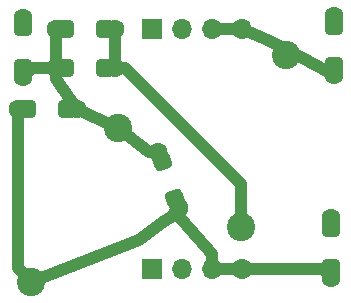
<source format=gbr>
%TF.GenerationSoftware,KiCad,Pcbnew,(6.0.11)*%
%TF.CreationDate,2023-05-06T11:24:47-05:00*%
%TF.ProjectId,SerialResonantFilter,53657269-616c-4526-9573-6f6e616e7446,rev?*%
%TF.SameCoordinates,Original*%
%TF.FileFunction,Copper,L1,Top*%
%TF.FilePolarity,Positive*%
%FSLAX46Y46*%
G04 Gerber Fmt 4.6, Leading zero omitted, Abs format (unit mm)*
G04 Created by KiCad (PCBNEW (6.0.11)) date 2023-05-06 11:24:47*
%MOMM*%
%LPD*%
G01*
G04 APERTURE LIST*
G04 Aperture macros list*
%AMRoundRect*
0 Rectangle with rounded corners*
0 $1 Rounding radius*
0 $2 $3 $4 $5 $6 $7 $8 $9 X,Y pos of 4 corners*
0 Add a 4 corners polygon primitive as box body*
4,1,4,$2,$3,$4,$5,$6,$7,$8,$9,$2,$3,0*
0 Add four circle primitives for the rounded corners*
1,1,$1+$1,$2,$3*
1,1,$1+$1,$4,$5*
1,1,$1+$1,$6,$7*
1,1,$1+$1,$8,$9*
0 Add four rect primitives between the rounded corners*
20,1,$1+$1,$2,$3,$4,$5,0*
20,1,$1+$1,$4,$5,$6,$7,0*
20,1,$1+$1,$6,$7,$8,$9,0*
20,1,$1+$1,$8,$9,$2,$3,0*%
G04 Aperture macros list end*
%TA.AperFunction,ComponentPad*%
%ADD10C,1.600000*%
%TD*%
%TA.AperFunction,SMDPad,CuDef*%
%ADD11RoundRect,0.381000X-0.381000X0.381000X-0.381000X-0.381000X0.381000X-0.381000X0.381000X0.381000X0*%
%TD*%
%TA.AperFunction,SMDPad,CuDef*%
%ADD12RoundRect,0.381000X0.381000X0.381000X-0.381000X0.381000X-0.381000X-0.381000X0.381000X-0.381000X0*%
%TD*%
%TA.AperFunction,SMDPad,CuDef*%
%ADD13RoundRect,0.381000X-0.488333X0.227713X-0.227713X-0.488333X0.488333X-0.227713X0.227713X0.488333X0*%
%TD*%
%TA.AperFunction,ComponentPad*%
%ADD14C,2.400000*%
%TD*%
%TA.AperFunction,ComponentPad*%
%ADD15R,1.700000X1.700000*%
%TD*%
%TA.AperFunction,ComponentPad*%
%ADD16O,1.700000X1.700000*%
%TD*%
%TA.AperFunction,Conductor*%
%ADD17C,1.000000*%
%TD*%
G04 APERTURE END LIST*
D10*
%TO.P,C1,1*%
%TO.N,GND*%
X147940000Y-90330000D03*
D11*
X147940000Y-91130000D03*
D10*
%TO.P,C1,2*%
%TO.N,Net-(C1-Pad2)*%
X147940000Y-95330000D03*
D11*
X147940000Y-94530000D03*
%TD*%
D10*
%TO.P,C2,1*%
%TO.N,Net-(C2-Pad1)*%
X129400000Y-91360000D03*
D12*
X128600000Y-91360000D03*
D10*
%TO.P,C2,2*%
%TO.N,Net-(C2-Pad2)*%
X124400000Y-91360000D03*
D12*
X125200000Y-91360000D03*
%TD*%
D10*
%TO.P,C3,1*%
%TO.N,Net-(C2-Pad1)*%
X129420000Y-94720000D03*
D12*
X128620000Y-94720000D03*
D10*
%TO.P,C3,2*%
%TO.N,Net-(C2-Pad2)*%
X124420000Y-94720000D03*
D12*
X125220000Y-94720000D03*
%TD*%
D11*
%TO.P,C4,2*%
%TO.N,Net-(C2-Pad2)*%
X121670000Y-94660000D03*
D10*
X121670000Y-95460000D03*
D11*
%TO.P,C4,1*%
%TO.N,GND*%
X121670000Y-91260000D03*
D10*
X121670000Y-90460000D03*
%TD*%
%TO.P,C5,1*%
%TO.N,Net-(C2-Pad2)*%
X126200000Y-98180000D03*
D12*
X125400000Y-98180000D03*
D10*
%TO.P,C5,2*%
%TO.N,Net-(C5-Pad2)*%
X121200000Y-98180000D03*
D12*
X122000000Y-98180000D03*
%TD*%
D10*
%TO.P,C6,1*%
%TO.N,GND*%
X147701000Y-107442000D03*
D11*
X147701000Y-108242000D03*
D10*
%TO.P,C6,2*%
%TO.N,Net-(C5-Pad2)*%
X147701000Y-112442000D03*
D11*
X147701000Y-111642000D03*
%TD*%
D10*
%TO.P,C7,1*%
%TO.N,Net-(C2-Pad2)*%
X133096000Y-101854000D03*
D13*
X133369616Y-102605754D03*
D10*
%TO.P,C7,2*%
%TO.N,Net-(C5-Pad2)*%
X134806101Y-106552463D03*
D13*
X134532485Y-105800709D03*
%TD*%
D14*
%TO.P,L2,1*%
%TO.N,Net-(C1-Pad2)*%
X143868600Y-93639452D03*
%TO.P,L2,2*%
%TO.N,Net-(C2-Pad1)*%
X140114472Y-108152326D03*
%TD*%
%TO.P,L3,1*%
%TO.N,Net-(C2-Pad2)*%
X129720000Y-99739705D03*
%TO.P,L3,2*%
%TO.N,Net-(C5-Pad2)*%
X122337583Y-112786425D03*
%TD*%
D15*
%TO.P,J1,1,Pin_1*%
%TO.N,GND*%
X132588000Y-111760000D03*
D16*
%TO.P,J1,2,Pin_2*%
X135128000Y-111760000D03*
%TO.P,J1,3,Pin_3*%
%TO.N,Net-(C5-Pad2)*%
X137668000Y-111760000D03*
%TO.P,J1,4,Pin_4*%
X140208000Y-111760000D03*
%TD*%
D15*
%TO.P,J2,1,Pin_1*%
%TO.N,GND*%
X132588000Y-91440000D03*
D16*
%TO.P,J2,2,Pin_2*%
X135128000Y-91440000D03*
%TO.P,J2,3,Pin_3*%
%TO.N,Net-(C1-Pad2)*%
X137668000Y-91440000D03*
%TO.P,J2,4,Pin_4*%
X140208000Y-91440000D03*
%TD*%
D17*
%TO.N,Net-(C1-Pad2)*%
X144876819Y-93596819D02*
X147940000Y-95330000D01*
X141960000Y-92190000D02*
X143868600Y-93068600D01*
X143868600Y-93068600D02*
X143868600Y-93639452D01*
X140208000Y-91440000D02*
X141960000Y-92190000D01*
X143657269Y-93572819D02*
X144876819Y-93596819D01*
X137668000Y-91440000D02*
X140208000Y-91440000D01*
%TO.N,Net-(C2-Pad2)*%
X124420000Y-95670000D02*
X126200000Y-98180000D01*
X127830000Y-98960000D02*
X129720000Y-99739705D01*
X132342295Y-101854000D02*
X129720000Y-99739705D01*
X124420000Y-91380000D02*
X124400000Y-91360000D01*
X124420000Y-94720000D02*
X124420000Y-95670000D01*
X126200000Y-98180000D02*
X127830000Y-98960000D01*
X124420000Y-94720000D02*
X122410000Y-94720000D01*
X124420000Y-94720000D02*
X124420000Y-94860000D01*
X133096000Y-101854000D02*
X132342295Y-101854000D01*
X122410000Y-94720000D02*
X121670000Y-95460000D01*
X124420000Y-94720000D02*
X124420000Y-91380000D01*
%TO.N,Net-(C2-Pad1)*%
X140114472Y-104554472D02*
X130280000Y-94720000D01*
X130280000Y-94720000D02*
X129420000Y-94720000D01*
X129400000Y-94700000D02*
X129420000Y-94720000D01*
X140114472Y-108152326D02*
X140114472Y-104554472D01*
X129400000Y-91360000D02*
X129400000Y-94700000D01*
%TO.N,Net-(C5-Pad2)*%
X147019000Y-111760000D02*
X147701000Y-112442000D01*
X121930000Y-112118842D02*
X122337583Y-112786425D01*
X121200000Y-111648842D02*
X122337583Y-112786425D01*
X134540000Y-106854000D02*
X137668000Y-110490000D01*
X137668000Y-110490000D02*
X137668000Y-111760000D01*
X133520000Y-107720000D02*
X131430000Y-109270000D01*
X131430000Y-109270000D02*
X122337583Y-112786425D01*
X134170000Y-107340000D02*
X133520000Y-107720000D01*
X137668000Y-111760000D02*
X140208000Y-111760000D01*
X134170000Y-107340000D02*
X134540000Y-106854000D01*
X121200000Y-98180000D02*
X121200000Y-111648842D01*
X140208000Y-111760000D02*
X147019000Y-111760000D01*
%TD*%
M02*

</source>
